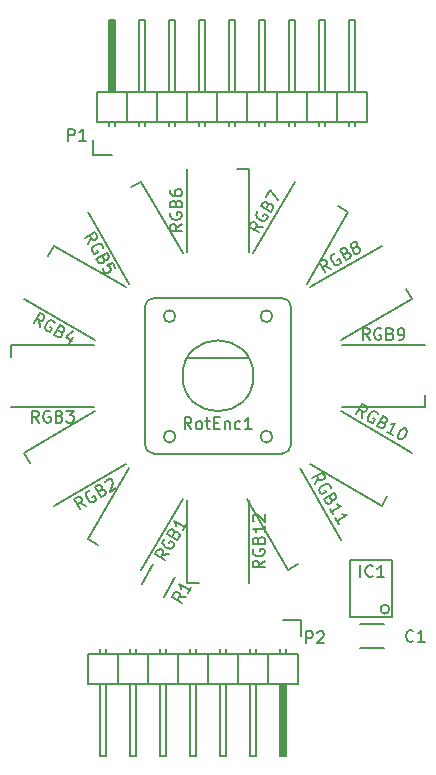
<source format=gto>
G04 #@! TF.FileFunction,Legend,Top*
%FSLAX46Y46*%
G04 Gerber Fmt 4.6, Leading zero omitted, Abs format (unit mm)*
G04 Created by KiCad (PCBNEW 4.0.2-stable) date 01.05.2016 06:04:37*
%MOMM*%
G01*
G04 APERTURE LIST*
%ADD10C,0.100000*%
%ADD11C,0.200000*%
%ADD12C,0.150000*%
G04 APERTURE END LIST*
D10*
D11*
X96400000Y-105150000D02*
G75*
G03X96400000Y-105150000I-500000J0D01*
G01*
X104600000Y-105150000D02*
G75*
G03X104600000Y-105150000I-500000J0D01*
G01*
X104600000Y-94950000D02*
G75*
G03X104600000Y-94950000I-500000J0D01*
G01*
X96400000Y-94950000D02*
G75*
G03X96400000Y-94950000I-500000J0D01*
G01*
X93800000Y-105800000D02*
X93800000Y-94200000D01*
X106200000Y-94200000D02*
X106200000Y-105800000D01*
X94600000Y-93400000D02*
X105400000Y-93400000D01*
X94600000Y-106600000D02*
X105400000Y-106600000D01*
X94600000Y-93400000D02*
G75*
G03X93800000Y-94200000I0J-800000D01*
G01*
X93800000Y-105800000D02*
G75*
G03X94600000Y-106600000I800000J0D01*
G01*
X105400000Y-106600000D02*
G75*
G03X106200000Y-105800000I0J800000D01*
G01*
X106200000Y-94200000D02*
G75*
G03X105400000Y-93400000I-800000J0D01*
G01*
X97400000Y-98500000D02*
X102600000Y-98500000D01*
X103000000Y-100000000D02*
G75*
G03X103000000Y-100000000I-3000000J0D01*
G01*
D12*
X107050000Y-120700000D02*
X105500000Y-120700000D01*
X107050000Y-122000000D02*
X107050000Y-120700000D01*
X105627000Y-126191000D02*
X105627000Y-132033000D01*
X105627000Y-132033000D02*
X105373000Y-132033000D01*
X105373000Y-132033000D02*
X105373000Y-126191000D01*
X105373000Y-126191000D02*
X105500000Y-126191000D01*
X105500000Y-126191000D02*
X105500000Y-132033000D01*
X105754000Y-123524000D02*
X105754000Y-123143000D01*
X105246000Y-123524000D02*
X105246000Y-123143000D01*
X103214000Y-123524000D02*
X103214000Y-123143000D01*
X102706000Y-123524000D02*
X102706000Y-123143000D01*
X100674000Y-123524000D02*
X100674000Y-123143000D01*
X100166000Y-123524000D02*
X100166000Y-123143000D01*
X98134000Y-123524000D02*
X98134000Y-123143000D01*
X97626000Y-123524000D02*
X97626000Y-123143000D01*
X90006000Y-123524000D02*
X90006000Y-123143000D01*
X90514000Y-123524000D02*
X90514000Y-123143000D01*
X92546000Y-123524000D02*
X92546000Y-123143000D01*
X93054000Y-123524000D02*
X93054000Y-123143000D01*
X95086000Y-123524000D02*
X95086000Y-123143000D01*
X95594000Y-123524000D02*
X95594000Y-123143000D01*
X104230000Y-126064000D02*
X106770000Y-126064000D01*
X105246000Y-132160000D02*
X105246000Y-126064000D01*
X105754000Y-132160000D02*
X105246000Y-132160000D01*
X105754000Y-126064000D02*
X105754000Y-132160000D01*
X104230000Y-123524000D02*
X104230000Y-126064000D01*
X106770000Y-123524000D02*
X104230000Y-123524000D01*
X106770000Y-123524000D02*
X106770000Y-126064000D01*
X101690000Y-123524000D02*
X101690000Y-126064000D01*
X101690000Y-123524000D02*
X99150000Y-123524000D01*
X99150000Y-123524000D02*
X99150000Y-126064000D01*
X100674000Y-126064000D02*
X100674000Y-132160000D01*
X100674000Y-132160000D02*
X100166000Y-132160000D01*
X100166000Y-132160000D02*
X100166000Y-126064000D01*
X99150000Y-126064000D02*
X101690000Y-126064000D01*
X101690000Y-126064000D02*
X104230000Y-126064000D01*
X102706000Y-132160000D02*
X102706000Y-126064000D01*
X103214000Y-132160000D02*
X102706000Y-132160000D01*
X103214000Y-126064000D02*
X103214000Y-132160000D01*
X101690000Y-123524000D02*
X101690000Y-126064000D01*
X104230000Y-123524000D02*
X101690000Y-123524000D01*
X104230000Y-123524000D02*
X104230000Y-126064000D01*
X94070000Y-123524000D02*
X94070000Y-126064000D01*
X94070000Y-123524000D02*
X91530000Y-123524000D01*
X91530000Y-123524000D02*
X91530000Y-126064000D01*
X93054000Y-126064000D02*
X93054000Y-132160000D01*
X93054000Y-132160000D02*
X92546000Y-132160000D01*
X92546000Y-132160000D02*
X92546000Y-126064000D01*
X91530000Y-126064000D02*
X94070000Y-126064000D01*
X88990000Y-126064000D02*
X91530000Y-126064000D01*
X90006000Y-132160000D02*
X90006000Y-126064000D01*
X90514000Y-132160000D02*
X90006000Y-132160000D01*
X90514000Y-126064000D02*
X90514000Y-132160000D01*
X88990000Y-123524000D02*
X88990000Y-126064000D01*
X91530000Y-123524000D02*
X88990000Y-123524000D01*
X91530000Y-123524000D02*
X91530000Y-126064000D01*
X96610000Y-123524000D02*
X96610000Y-126064000D01*
X96610000Y-123524000D02*
X94070000Y-123524000D01*
X94070000Y-123524000D02*
X94070000Y-126064000D01*
X95594000Y-126064000D02*
X95594000Y-132160000D01*
X95594000Y-132160000D02*
X95086000Y-132160000D01*
X95086000Y-132160000D02*
X95086000Y-126064000D01*
X94070000Y-126064000D02*
X96610000Y-126064000D01*
X96610000Y-126064000D02*
X99150000Y-126064000D01*
X97626000Y-132160000D02*
X97626000Y-126064000D01*
X98134000Y-132160000D02*
X97626000Y-132160000D01*
X98134000Y-126064000D02*
X98134000Y-132160000D01*
X96610000Y-123524000D02*
X96610000Y-126064000D01*
X99150000Y-123524000D02*
X96610000Y-123524000D01*
X99150000Y-123524000D02*
X99150000Y-126064000D01*
X107788911Y-92498334D02*
X113851089Y-88998334D01*
X110388911Y-97001666D02*
X116451089Y-93501666D01*
X116451089Y-93501666D02*
X115951089Y-92635641D01*
X112017300Y-123044060D02*
X114017300Y-123044060D01*
X114017300Y-120994060D02*
X112017300Y-120994060D01*
X111211360Y-120390920D02*
X111211360Y-115564920D01*
X111211360Y-115564920D02*
X114767360Y-115564920D01*
X114767360Y-115564920D02*
X114767360Y-120390920D01*
X114767360Y-120390920D02*
X111211360Y-120390920D01*
X114513360Y-119755920D02*
G75*
G03X114513360Y-119755920I-381000J0D01*
G01*
X96399037Y-116994075D02*
X95399037Y-118726125D01*
X93537083Y-117651125D02*
X94537083Y-115919075D01*
X110500000Y-97400000D02*
X117500000Y-97400000D01*
X110500000Y-102600000D02*
X117500000Y-102600000D01*
X117500000Y-102600000D02*
X117500000Y-101600000D01*
X110388911Y-102998334D02*
X116451089Y-106498334D01*
X107788911Y-107501666D02*
X113851089Y-111001666D01*
X113851089Y-111001666D02*
X114351089Y-110135641D01*
X106939345Y-107798095D02*
X110439345Y-113860273D01*
X102436013Y-110398095D02*
X105936013Y-116460273D01*
X105936013Y-116460273D02*
X106802038Y-115960273D01*
X102600000Y-110500000D02*
X102600000Y-117500000D01*
X97400000Y-110500000D02*
X97400000Y-117500000D01*
X97400000Y-117500000D02*
X98400000Y-117500000D01*
X97001666Y-110388911D02*
X93501666Y-116451089D01*
X92498334Y-107788911D02*
X88998334Y-113851089D01*
X88998334Y-113851089D02*
X89864359Y-114351089D01*
X92211089Y-107501666D02*
X86148911Y-111001666D01*
X89611089Y-102998334D02*
X83548911Y-106498334D01*
X83548911Y-106498334D02*
X84048911Y-107364359D01*
X89500000Y-102600000D02*
X82500000Y-102600000D01*
X89500000Y-97400000D02*
X82500000Y-97400000D01*
X82500000Y-97400000D02*
X82500000Y-98400000D01*
X89611089Y-97001666D02*
X83548911Y-93501666D01*
X92211089Y-92498334D02*
X86148911Y-88998334D01*
X86148911Y-88998334D02*
X85648911Y-89864359D01*
X92498334Y-92211089D02*
X88998334Y-86148911D01*
X97001666Y-89611089D02*
X93501666Y-83548911D01*
X93501666Y-83548911D02*
X92635641Y-84048911D01*
X97400000Y-89500000D02*
X97400000Y-82500000D01*
X102600000Y-89500000D02*
X102600000Y-82500000D01*
X102600000Y-82500000D02*
X101600000Y-82500000D01*
X102998334Y-89611089D02*
X106498334Y-83548911D01*
X107501666Y-92211089D02*
X111001666Y-86148911D01*
X111001666Y-86148911D02*
X110135641Y-85648911D01*
X89450000Y-81300000D02*
X91000000Y-81300000D01*
X89450000Y-80000000D02*
X89450000Y-81300000D01*
X90873000Y-75809000D02*
X90873000Y-69967000D01*
X90873000Y-69967000D02*
X91127000Y-69967000D01*
X91127000Y-69967000D02*
X91127000Y-75809000D01*
X91127000Y-75809000D02*
X91000000Y-75809000D01*
X91000000Y-75809000D02*
X91000000Y-69967000D01*
X111066000Y-78476000D02*
X111066000Y-78857000D01*
X111574000Y-78476000D02*
X111574000Y-78857000D01*
X90746000Y-78476000D02*
X90746000Y-78857000D01*
X91254000Y-78476000D02*
X91254000Y-78857000D01*
X93286000Y-78476000D02*
X93286000Y-78857000D01*
X93794000Y-78476000D02*
X93794000Y-78857000D01*
X95826000Y-78476000D02*
X95826000Y-78857000D01*
X96334000Y-78476000D02*
X96334000Y-78857000D01*
X98366000Y-78476000D02*
X98366000Y-78857000D01*
X98874000Y-78476000D02*
X98874000Y-78857000D01*
X109034000Y-78476000D02*
X109034000Y-78857000D01*
X108526000Y-78476000D02*
X108526000Y-78857000D01*
X106494000Y-78476000D02*
X106494000Y-78857000D01*
X105986000Y-78476000D02*
X105986000Y-78857000D01*
X103954000Y-78476000D02*
X103954000Y-78857000D01*
X103446000Y-78476000D02*
X103446000Y-78857000D01*
X101414000Y-78476000D02*
X101414000Y-78857000D01*
X100906000Y-78476000D02*
X100906000Y-78857000D01*
X107510000Y-78476000D02*
X107510000Y-75936000D01*
X107510000Y-78476000D02*
X110050000Y-78476000D01*
X110050000Y-78476000D02*
X110050000Y-75936000D01*
X108526000Y-75936000D02*
X108526000Y-69840000D01*
X108526000Y-69840000D02*
X109034000Y-69840000D01*
X109034000Y-69840000D02*
X109034000Y-75936000D01*
X110050000Y-75936000D02*
X107510000Y-75936000D01*
X112590000Y-75936000D02*
X110050000Y-75936000D01*
X111574000Y-69840000D02*
X111574000Y-75936000D01*
X111066000Y-69840000D02*
X111574000Y-69840000D01*
X111066000Y-75936000D02*
X111066000Y-69840000D01*
X110050000Y-78476000D02*
X112590000Y-78476000D01*
X110050000Y-78476000D02*
X110050000Y-75936000D01*
X112590000Y-78476000D02*
X112590000Y-75936000D01*
X92270000Y-75936000D02*
X89730000Y-75936000D01*
X91254000Y-69840000D02*
X91254000Y-75936000D01*
X90746000Y-69840000D02*
X91254000Y-69840000D01*
X90746000Y-75936000D02*
X90746000Y-69840000D01*
X92270000Y-78476000D02*
X92270000Y-75936000D01*
X89730000Y-78476000D02*
X92270000Y-78476000D01*
X89730000Y-78476000D02*
X89730000Y-75936000D01*
X94810000Y-78476000D02*
X94810000Y-75936000D01*
X94810000Y-78476000D02*
X97350000Y-78476000D01*
X97350000Y-78476000D02*
X97350000Y-75936000D01*
X95826000Y-75936000D02*
X95826000Y-69840000D01*
X95826000Y-69840000D02*
X96334000Y-69840000D01*
X96334000Y-69840000D02*
X96334000Y-75936000D01*
X97350000Y-75936000D02*
X94810000Y-75936000D01*
X94810000Y-75936000D02*
X92270000Y-75936000D01*
X93794000Y-69840000D02*
X93794000Y-75936000D01*
X93286000Y-69840000D02*
X93794000Y-69840000D01*
X93286000Y-75936000D02*
X93286000Y-69840000D01*
X94810000Y-78476000D02*
X94810000Y-75936000D01*
X92270000Y-78476000D02*
X94810000Y-78476000D01*
X92270000Y-78476000D02*
X92270000Y-75936000D01*
X102430000Y-78476000D02*
X102430000Y-75936000D01*
X102430000Y-78476000D02*
X104970000Y-78476000D01*
X104970000Y-78476000D02*
X104970000Y-75936000D01*
X103446000Y-75936000D02*
X103446000Y-69840000D01*
X103446000Y-69840000D02*
X103954000Y-69840000D01*
X103954000Y-69840000D02*
X103954000Y-75936000D01*
X104970000Y-75936000D02*
X102430000Y-75936000D01*
X107510000Y-75936000D02*
X104970000Y-75936000D01*
X106494000Y-69840000D02*
X106494000Y-75936000D01*
X105986000Y-69840000D02*
X106494000Y-69840000D01*
X105986000Y-75936000D02*
X105986000Y-69840000D01*
X107510000Y-78476000D02*
X107510000Y-75936000D01*
X104970000Y-78476000D02*
X107510000Y-78476000D01*
X104970000Y-78476000D02*
X104970000Y-75936000D01*
X99890000Y-78476000D02*
X99890000Y-75936000D01*
X99890000Y-78476000D02*
X102430000Y-78476000D01*
X102430000Y-78476000D02*
X102430000Y-75936000D01*
X100906000Y-75936000D02*
X100906000Y-69840000D01*
X100906000Y-69840000D02*
X101414000Y-69840000D01*
X101414000Y-69840000D02*
X101414000Y-75936000D01*
X102430000Y-75936000D02*
X99890000Y-75936000D01*
X99890000Y-75936000D02*
X97350000Y-75936000D01*
X98874000Y-69840000D02*
X98874000Y-75936000D01*
X98366000Y-69840000D02*
X98874000Y-69840000D01*
X98366000Y-75936000D02*
X98366000Y-69840000D01*
X99890000Y-78476000D02*
X99890000Y-75936000D01*
X97350000Y-78476000D02*
X99890000Y-78476000D01*
X97350000Y-78476000D02*
X97350000Y-75936000D01*
D11*
X97749005Y-104511101D02*
X97415671Y-104034910D01*
X97177576Y-104511101D02*
X97177576Y-103511101D01*
X97558529Y-103511101D01*
X97653767Y-103558720D01*
X97701386Y-103606339D01*
X97749005Y-103701577D01*
X97749005Y-103844434D01*
X97701386Y-103939672D01*
X97653767Y-103987291D01*
X97558529Y-104034910D01*
X97177576Y-104034910D01*
X98320433Y-104511101D02*
X98225195Y-104463482D01*
X98177576Y-104415863D01*
X98129957Y-104320625D01*
X98129957Y-104034910D01*
X98177576Y-103939672D01*
X98225195Y-103892053D01*
X98320433Y-103844434D01*
X98463291Y-103844434D01*
X98558529Y-103892053D01*
X98606148Y-103939672D01*
X98653767Y-104034910D01*
X98653767Y-104320625D01*
X98606148Y-104415863D01*
X98558529Y-104463482D01*
X98463291Y-104511101D01*
X98320433Y-104511101D01*
X98939481Y-103844434D02*
X99320433Y-103844434D01*
X99082338Y-103511101D02*
X99082338Y-104368244D01*
X99129957Y-104463482D01*
X99225195Y-104511101D01*
X99320433Y-104511101D01*
X99653767Y-103987291D02*
X99987101Y-103987291D01*
X100129958Y-104511101D02*
X99653767Y-104511101D01*
X99653767Y-103511101D01*
X100129958Y-103511101D01*
X100558529Y-103844434D02*
X100558529Y-104511101D01*
X100558529Y-103939672D02*
X100606148Y-103892053D01*
X100701386Y-103844434D01*
X100844244Y-103844434D01*
X100939482Y-103892053D01*
X100987101Y-103987291D01*
X100987101Y-104511101D01*
X101891863Y-104463482D02*
X101796625Y-104511101D01*
X101606148Y-104511101D01*
X101510910Y-104463482D01*
X101463291Y-104415863D01*
X101415672Y-104320625D01*
X101415672Y-104034910D01*
X101463291Y-103939672D01*
X101510910Y-103892053D01*
X101606148Y-103844434D01*
X101796625Y-103844434D01*
X101891863Y-103892053D01*
X102844244Y-104511101D02*
X102272815Y-104511101D01*
X102558529Y-104511101D02*
X102558529Y-103511101D01*
X102463291Y-103653958D01*
X102368053Y-103749196D01*
X102272815Y-103796815D01*
D12*
X107455745Y-122644161D02*
X107455745Y-121644161D01*
X107836698Y-121644161D01*
X107931936Y-121691780D01*
X107979555Y-121739399D01*
X108027174Y-121834637D01*
X108027174Y-121977494D01*
X107979555Y-122072732D01*
X107931936Y-122120351D01*
X107836698Y-122167970D01*
X107455745Y-122167970D01*
X108408126Y-121739399D02*
X108455745Y-121691780D01*
X108550983Y-121644161D01*
X108789079Y-121644161D01*
X108884317Y-121691780D01*
X108931936Y-121739399D01*
X108979555Y-121834637D01*
X108979555Y-121929875D01*
X108931936Y-122072732D01*
X108360507Y-122644161D01*
X108979555Y-122644161D01*
X109585828Y-90944017D02*
X109059057Y-90698291D01*
X109090956Y-91229732D02*
X108590956Y-90363707D01*
X108920871Y-90173230D01*
X109027159Y-90166850D01*
X109092208Y-90184280D01*
X109181066Y-90242949D01*
X109252495Y-90366667D01*
X109258874Y-90472955D01*
X109241445Y-90538004D01*
X109182776Y-90626862D01*
X108852861Y-90817338D01*
X109934424Y-89643041D02*
X109828136Y-89649421D01*
X109704418Y-89720849D01*
X109604509Y-89833517D01*
X109569649Y-89963615D01*
X109576029Y-90069903D01*
X109630028Y-90258669D01*
X109701457Y-90382388D01*
X109837934Y-90523536D01*
X109926792Y-90582205D01*
X110056890Y-90617064D01*
X110204418Y-90586874D01*
X110286896Y-90539255D01*
X110386805Y-90426588D01*
X110404235Y-90361539D01*
X110237568Y-90072864D01*
X110072611Y-90168102D01*
X110849778Y-89609432D02*
X110997305Y-89579243D01*
X111062354Y-89596674D01*
X111151212Y-89655343D01*
X111222641Y-89779060D01*
X111229021Y-89885348D01*
X111211591Y-89950397D01*
X111152922Y-90039255D01*
X110823007Y-90229732D01*
X110323007Y-89363707D01*
X110611683Y-89197040D01*
X110717971Y-89190660D01*
X110783019Y-89208090D01*
X110871878Y-89266759D01*
X110919497Y-89349237D01*
X110925876Y-89455525D01*
X110908447Y-89520574D01*
X110849778Y-89609432D01*
X110561102Y-89776099D01*
X111527036Y-89163431D02*
X111420748Y-89169811D01*
X111355699Y-89152381D01*
X111266841Y-89093712D01*
X111243031Y-89052473D01*
X111236651Y-88946185D01*
X111254081Y-88881136D01*
X111312750Y-88792278D01*
X111477708Y-88697040D01*
X111583996Y-88690660D01*
X111649045Y-88708090D01*
X111737903Y-88766759D01*
X111761713Y-88807998D01*
X111768092Y-88914286D01*
X111750663Y-88979335D01*
X111691993Y-89068193D01*
X111527036Y-89163431D01*
X111468367Y-89252290D01*
X111450937Y-89317338D01*
X111457317Y-89423627D01*
X111552555Y-89588584D01*
X111641413Y-89647253D01*
X111706462Y-89664683D01*
X111812750Y-89658303D01*
X111977708Y-89563065D01*
X112036377Y-89474207D01*
X112053807Y-89409158D01*
X112047427Y-89302870D01*
X111952189Y-89137913D01*
X111863330Y-89079243D01*
X111798282Y-89061813D01*
X111691993Y-89068193D01*
X116553954Y-122421923D02*
X116506335Y-122469542D01*
X116363478Y-122517161D01*
X116268240Y-122517161D01*
X116125382Y-122469542D01*
X116030144Y-122374304D01*
X115982525Y-122279066D01*
X115934906Y-122088590D01*
X115934906Y-121945732D01*
X115982525Y-121755256D01*
X116030144Y-121660018D01*
X116125382Y-121564780D01*
X116268240Y-121517161D01*
X116363478Y-121517161D01*
X116506335Y-121564780D01*
X116553954Y-121612399D01*
X117506335Y-122517161D02*
X116934906Y-122517161D01*
X117220620Y-122517161D02*
X117220620Y-121517161D01*
X117125382Y-121660018D01*
X117030144Y-121755256D01*
X116934906Y-121802875D01*
X112061430Y-117028221D02*
X112061430Y-116028221D01*
X113109049Y-116932983D02*
X113061430Y-116980602D01*
X112918573Y-117028221D01*
X112823335Y-117028221D01*
X112680477Y-116980602D01*
X112585239Y-116885364D01*
X112537620Y-116790126D01*
X112490001Y-116599650D01*
X112490001Y-116456792D01*
X112537620Y-116266316D01*
X112585239Y-116171078D01*
X112680477Y-116075840D01*
X112823335Y-116028221D01*
X112918573Y-116028221D01*
X113061430Y-116075840D01*
X113109049Y-116123459D01*
X114061430Y-117028221D02*
X113490001Y-117028221D01*
X113775715Y-117028221D02*
X113775715Y-116028221D01*
X113680477Y-116171078D01*
X113585239Y-116266316D01*
X113490001Y-116313935D01*
X97262780Y-118701507D02*
X96683720Y-118752088D01*
X96977066Y-119196380D02*
X96111041Y-118696380D01*
X96301517Y-118366465D01*
X96390375Y-118307796D01*
X96455424Y-118290366D01*
X96561712Y-118296745D01*
X96685430Y-118368174D01*
X96744099Y-118457032D01*
X96761529Y-118522081D01*
X96755149Y-118628369D01*
X96564672Y-118958284D01*
X97738971Y-117876721D02*
X97453256Y-118371593D01*
X97596113Y-118124158D02*
X96730088Y-117624158D01*
X96806187Y-117778065D01*
X96841046Y-117908162D01*
X96834667Y-118014450D01*
X112833334Y-96952381D02*
X112500000Y-96476190D01*
X112261905Y-96952381D02*
X112261905Y-95952381D01*
X112642858Y-95952381D01*
X112738096Y-96000000D01*
X112785715Y-96047619D01*
X112833334Y-96142857D01*
X112833334Y-96285714D01*
X112785715Y-96380952D01*
X112738096Y-96428571D01*
X112642858Y-96476190D01*
X112261905Y-96476190D01*
X113785715Y-96000000D02*
X113690477Y-95952381D01*
X113547620Y-95952381D01*
X113404762Y-96000000D01*
X113309524Y-96095238D01*
X113261905Y-96190476D01*
X113214286Y-96380952D01*
X113214286Y-96523810D01*
X113261905Y-96714286D01*
X113309524Y-96809524D01*
X113404762Y-96904762D01*
X113547620Y-96952381D01*
X113642858Y-96952381D01*
X113785715Y-96904762D01*
X113833334Y-96857143D01*
X113833334Y-96523810D01*
X113642858Y-96523810D01*
X114595239Y-96428571D02*
X114738096Y-96476190D01*
X114785715Y-96523810D01*
X114833334Y-96619048D01*
X114833334Y-96761905D01*
X114785715Y-96857143D01*
X114738096Y-96904762D01*
X114642858Y-96952381D01*
X114261905Y-96952381D01*
X114261905Y-95952381D01*
X114595239Y-95952381D01*
X114690477Y-96000000D01*
X114738096Y-96047619D01*
X114785715Y-96142857D01*
X114785715Y-96238095D01*
X114738096Y-96333333D01*
X114690477Y-96380952D01*
X114595239Y-96428571D01*
X114261905Y-96428571D01*
X115309524Y-96952381D02*
X115500000Y-96952381D01*
X115595239Y-96904762D01*
X115642858Y-96857143D01*
X115738096Y-96714286D01*
X115785715Y-96523810D01*
X115785715Y-96142857D01*
X115738096Y-96047619D01*
X115690477Y-96000000D01*
X115595239Y-95952381D01*
X115404762Y-95952381D01*
X115309524Y-96000000D01*
X115261905Y-96047619D01*
X115214286Y-96142857D01*
X115214286Y-96380952D01*
X115261905Y-96476190D01*
X115309524Y-96523810D01*
X115404762Y-96571429D01*
X115595239Y-96571429D01*
X115690477Y-96523810D01*
X115738096Y-96476190D01*
X115785715Y-96380952D01*
X112221054Y-103539256D02*
X112170473Y-102960195D01*
X111726182Y-103253541D02*
X112226182Y-102387516D01*
X112556097Y-102577993D01*
X112614766Y-102666851D01*
X112632195Y-102731900D01*
X112625816Y-102838188D01*
X112554387Y-102961905D01*
X112465529Y-103020574D01*
X112400480Y-103038004D01*
X112294192Y-103031624D01*
X111964277Y-102841148D01*
X113522030Y-103190660D02*
X113463361Y-103101802D01*
X113339643Y-103030374D01*
X113192115Y-103000184D01*
X113062018Y-103035043D01*
X112973159Y-103093712D01*
X112836682Y-103234860D01*
X112765253Y-103358579D01*
X112711254Y-103547345D01*
X112704875Y-103653633D01*
X112739734Y-103783731D01*
X112839643Y-103896399D01*
X112922122Y-103944018D01*
X113069649Y-103974207D01*
X113134698Y-103956777D01*
X113301365Y-103668103D01*
X113136407Y-103572865D01*
X114008813Y-103966576D02*
X114108721Y-104079243D01*
X114126151Y-104144293D01*
X114119771Y-104250581D01*
X114048342Y-104374299D01*
X113959484Y-104432968D01*
X113894435Y-104450398D01*
X113788147Y-104444018D01*
X113458232Y-104253541D01*
X113958232Y-103387516D01*
X114246908Y-103554183D01*
X114305577Y-103643041D01*
X114323007Y-103708090D01*
X114316627Y-103814378D01*
X114269008Y-103896857D01*
X114180150Y-103955526D01*
X114115101Y-103972955D01*
X114008813Y-103966576D01*
X113720137Y-103799909D01*
X114777891Y-105015446D02*
X114283019Y-104729732D01*
X114530454Y-104872589D02*
X115030454Y-104006564D01*
X114876547Y-104082662D01*
X114746450Y-104117522D01*
X114640162Y-104111142D01*
X115814001Y-104458945D02*
X115896480Y-104506564D01*
X115955149Y-104595422D01*
X115972579Y-104660471D01*
X115966199Y-104766759D01*
X115912201Y-104955526D01*
X115793153Y-105161723D01*
X115656675Y-105302870D01*
X115567817Y-105361539D01*
X115502768Y-105378969D01*
X115396480Y-105372589D01*
X115314001Y-105324970D01*
X115255332Y-105236112D01*
X115237902Y-105171063D01*
X115244282Y-105064775D01*
X115298281Y-104876008D01*
X115417329Y-104669811D01*
X115553806Y-104528664D01*
X115642664Y-104469995D01*
X115707713Y-104452565D01*
X115814001Y-104458945D01*
X108255566Y-109182619D02*
X108501293Y-108655847D01*
X107969852Y-108687747D02*
X108835877Y-108187747D01*
X109026353Y-108517662D01*
X109032733Y-108623950D01*
X109015303Y-108688998D01*
X108956634Y-108777857D01*
X108832917Y-108849285D01*
X108726629Y-108855665D01*
X108661580Y-108838235D01*
X108572722Y-108779566D01*
X108382245Y-108449651D01*
X109556543Y-109531214D02*
X109550163Y-109424926D01*
X109478734Y-109301208D01*
X109366066Y-109201299D01*
X109235969Y-109166440D01*
X109129681Y-109172819D01*
X108940914Y-109226818D01*
X108817195Y-109298247D01*
X108676048Y-109434724D01*
X108617379Y-109523583D01*
X108582519Y-109653680D01*
X108612709Y-109801208D01*
X108660328Y-109883687D01*
X108772996Y-109983595D01*
X108838045Y-110001025D01*
X109126719Y-109834359D01*
X109031481Y-109669401D01*
X109590151Y-110446568D02*
X109620341Y-110594095D01*
X109602910Y-110659145D01*
X109544241Y-110748003D01*
X109420523Y-110819431D01*
X109314235Y-110825811D01*
X109249186Y-110808381D01*
X109160328Y-110749712D01*
X108969852Y-110419797D01*
X109835877Y-109919797D01*
X110002544Y-110208473D01*
X110008924Y-110314761D01*
X109991494Y-110379810D01*
X109932825Y-110468668D01*
X109850346Y-110516287D01*
X109744058Y-110522667D01*
X109679010Y-110505237D01*
X109590151Y-110446568D01*
X109423484Y-110157892D01*
X109731757Y-111739456D02*
X109446042Y-111244584D01*
X109588899Y-111492019D02*
X110454924Y-110992019D01*
X110283588Y-110980969D01*
X110153490Y-110946110D01*
X110064632Y-110887441D01*
X110207947Y-112564242D02*
X109922233Y-112069370D01*
X110065090Y-112316805D02*
X110931115Y-111816805D01*
X110759778Y-111805755D01*
X110629681Y-111770896D01*
X110540822Y-111712227D01*
X103952381Y-115642857D02*
X103476190Y-115976191D01*
X103952381Y-116214286D02*
X102952381Y-116214286D01*
X102952381Y-115833333D01*
X103000000Y-115738095D01*
X103047619Y-115690476D01*
X103142857Y-115642857D01*
X103285714Y-115642857D01*
X103380952Y-115690476D01*
X103428571Y-115738095D01*
X103476190Y-115833333D01*
X103476190Y-116214286D01*
X103000000Y-114690476D02*
X102952381Y-114785714D01*
X102952381Y-114928571D01*
X103000000Y-115071429D01*
X103095238Y-115166667D01*
X103190476Y-115214286D01*
X103380952Y-115261905D01*
X103523810Y-115261905D01*
X103714286Y-115214286D01*
X103809524Y-115166667D01*
X103904762Y-115071429D01*
X103952381Y-114928571D01*
X103952381Y-114833333D01*
X103904762Y-114690476D01*
X103857143Y-114642857D01*
X103523810Y-114642857D01*
X103523810Y-114833333D01*
X103428571Y-113880952D02*
X103476190Y-113738095D01*
X103523810Y-113690476D01*
X103619048Y-113642857D01*
X103761905Y-113642857D01*
X103857143Y-113690476D01*
X103904762Y-113738095D01*
X103952381Y-113833333D01*
X103952381Y-114214286D01*
X102952381Y-114214286D01*
X102952381Y-113880952D01*
X103000000Y-113785714D01*
X103047619Y-113738095D01*
X103142857Y-113690476D01*
X103238095Y-113690476D01*
X103333333Y-113738095D01*
X103380952Y-113785714D01*
X103428571Y-113880952D01*
X103428571Y-114214286D01*
X103952381Y-112690476D02*
X103952381Y-113261905D01*
X103952381Y-112976191D02*
X102952381Y-112976191D01*
X103095238Y-113071429D01*
X103190476Y-113166667D01*
X103238095Y-113261905D01*
X103047619Y-112309524D02*
X103000000Y-112261905D01*
X102952381Y-112166667D01*
X102952381Y-111928571D01*
X103000000Y-111833333D01*
X103047619Y-111785714D01*
X103142857Y-111738095D01*
X103238095Y-111738095D01*
X103380952Y-111785714D01*
X103952381Y-112357143D01*
X103952381Y-111738095D01*
X95839529Y-115106553D02*
X95260469Y-115157133D01*
X95553815Y-115601425D02*
X94687790Y-115101425D01*
X94878266Y-114771510D01*
X94967124Y-114712841D01*
X95032173Y-114695411D01*
X95138461Y-114701791D01*
X95262179Y-114773219D01*
X95320848Y-114862078D01*
X95338278Y-114927126D01*
X95331898Y-115033414D01*
X95141421Y-115363329D01*
X95490934Y-113805576D02*
X95402076Y-113864245D01*
X95330647Y-113987963D01*
X95300457Y-114135491D01*
X95335317Y-114265589D01*
X95393986Y-114354447D01*
X95535133Y-114490924D01*
X95658852Y-114562353D01*
X95847619Y-114616352D01*
X95953907Y-114622732D01*
X96084004Y-114587872D01*
X96196672Y-114487963D01*
X96244291Y-114405485D01*
X96274481Y-114257957D01*
X96257051Y-114192908D01*
X95968376Y-114026242D01*
X95873138Y-114191199D01*
X96266849Y-113318793D02*
X96379517Y-113218885D01*
X96444567Y-113201456D01*
X96550855Y-113207836D01*
X96674572Y-113279264D01*
X96733241Y-113368122D01*
X96750671Y-113433171D01*
X96744291Y-113539459D01*
X96553815Y-113869374D01*
X95687790Y-113369374D01*
X95854457Y-113080698D01*
X95943315Y-113022029D01*
X96008364Y-113004600D01*
X96114652Y-113010979D01*
X96197130Y-113058598D01*
X96255799Y-113147457D01*
X96273229Y-113212505D01*
X96266849Y-113318793D01*
X96100182Y-113607469D01*
X97315720Y-112549716D02*
X97030005Y-113044588D01*
X97172862Y-112797152D02*
X96306837Y-112297152D01*
X96382936Y-112451059D01*
X96417795Y-112581157D01*
X96411416Y-112687445D01*
X88845828Y-111006195D02*
X88319057Y-110760469D01*
X88350956Y-111291910D02*
X87850956Y-110425885D01*
X88180871Y-110235408D01*
X88287159Y-110229028D01*
X88352208Y-110246458D01*
X88441066Y-110305127D01*
X88512495Y-110428845D01*
X88518874Y-110535133D01*
X88501445Y-110600182D01*
X88442776Y-110689040D01*
X88112861Y-110879516D01*
X89194424Y-109705219D02*
X89088136Y-109711599D01*
X88964418Y-109783027D01*
X88864509Y-109895695D01*
X88829649Y-110025793D01*
X88836029Y-110132081D01*
X88890028Y-110320847D01*
X88961457Y-110444566D01*
X89097934Y-110585714D01*
X89186792Y-110644383D01*
X89316890Y-110679242D01*
X89464418Y-110649052D01*
X89546896Y-110601433D01*
X89646805Y-110488766D01*
X89664235Y-110423717D01*
X89497568Y-110135042D01*
X89332611Y-110230280D01*
X90109778Y-109671610D02*
X90257305Y-109641421D01*
X90322354Y-109658852D01*
X90411212Y-109717521D01*
X90482641Y-109841238D01*
X90489021Y-109947526D01*
X90471591Y-110012575D01*
X90412922Y-110101433D01*
X90083007Y-110291910D01*
X89583007Y-109425885D01*
X89871683Y-109259218D01*
X89977971Y-109252838D01*
X90043019Y-109270268D01*
X90131878Y-109328937D01*
X90179497Y-109411415D01*
X90185876Y-109517703D01*
X90168447Y-109582752D01*
X90109778Y-109671610D01*
X89821102Y-109838277D01*
X90455412Y-109032173D02*
X90472842Y-108967124D01*
X90531511Y-108878266D01*
X90737708Y-108759218D01*
X90843996Y-108752838D01*
X90909045Y-108770268D01*
X90997903Y-108828937D01*
X91045522Y-108911415D01*
X91075711Y-109058942D01*
X90866554Y-109839529D01*
X91402665Y-109530005D01*
X84833334Y-103952381D02*
X84500000Y-103476190D01*
X84261905Y-103952381D02*
X84261905Y-102952381D01*
X84642858Y-102952381D01*
X84738096Y-103000000D01*
X84785715Y-103047619D01*
X84833334Y-103142857D01*
X84833334Y-103285714D01*
X84785715Y-103380952D01*
X84738096Y-103428571D01*
X84642858Y-103476190D01*
X84261905Y-103476190D01*
X85785715Y-103000000D02*
X85690477Y-102952381D01*
X85547620Y-102952381D01*
X85404762Y-103000000D01*
X85309524Y-103095238D01*
X85261905Y-103190476D01*
X85214286Y-103380952D01*
X85214286Y-103523810D01*
X85261905Y-103714286D01*
X85309524Y-103809524D01*
X85404762Y-103904762D01*
X85547620Y-103952381D01*
X85642858Y-103952381D01*
X85785715Y-103904762D01*
X85833334Y-103857143D01*
X85833334Y-103523810D01*
X85642858Y-103523810D01*
X86595239Y-103428571D02*
X86738096Y-103476190D01*
X86785715Y-103523810D01*
X86833334Y-103619048D01*
X86833334Y-103761905D01*
X86785715Y-103857143D01*
X86738096Y-103904762D01*
X86642858Y-103952381D01*
X86261905Y-103952381D01*
X86261905Y-102952381D01*
X86595239Y-102952381D01*
X86690477Y-103000000D01*
X86738096Y-103047619D01*
X86785715Y-103142857D01*
X86785715Y-103238095D01*
X86738096Y-103333333D01*
X86690477Y-103380952D01*
X86595239Y-103428571D01*
X86261905Y-103428571D01*
X87166667Y-102952381D02*
X87785715Y-102952381D01*
X87452381Y-103333333D01*
X87595239Y-103333333D01*
X87690477Y-103380952D01*
X87738096Y-103428571D01*
X87785715Y-103523810D01*
X87785715Y-103761905D01*
X87738096Y-103857143D01*
X87690477Y-103904762D01*
X87595239Y-103952381D01*
X87309524Y-103952381D01*
X87214286Y-103904762D01*
X87166667Y-103857143D01*
X84893447Y-95839529D02*
X84842867Y-95260469D01*
X84398575Y-95553815D02*
X84898575Y-94687790D01*
X85228490Y-94878266D01*
X85287159Y-94967124D01*
X85304589Y-95032173D01*
X85298209Y-95138461D01*
X85226781Y-95262179D01*
X85137922Y-95320848D01*
X85072874Y-95338278D01*
X84966586Y-95331898D01*
X84636671Y-95141421D01*
X86194424Y-95490934D02*
X86135755Y-95402076D01*
X86012037Y-95330647D01*
X85864509Y-95300457D01*
X85734411Y-95335317D01*
X85645553Y-95393986D01*
X85509076Y-95535133D01*
X85437647Y-95658852D01*
X85383648Y-95847619D01*
X85377268Y-95953907D01*
X85412128Y-96084004D01*
X85512037Y-96196672D01*
X85594515Y-96244291D01*
X85742043Y-96274481D01*
X85807092Y-96257051D01*
X85973758Y-95968376D01*
X85808801Y-95873138D01*
X86681207Y-96266849D02*
X86781115Y-96379517D01*
X86798544Y-96444567D01*
X86792164Y-96550855D01*
X86720736Y-96674572D01*
X86631878Y-96733241D01*
X86566829Y-96750671D01*
X86460541Y-96744291D01*
X86130626Y-96553815D01*
X86630626Y-95687790D01*
X86919302Y-95854457D01*
X86977971Y-95943315D01*
X86995400Y-96008364D01*
X86989021Y-96114652D01*
X86941402Y-96197130D01*
X86852543Y-96255799D01*
X86787495Y-96273229D01*
X86681207Y-96266849D01*
X86392531Y-96100182D01*
X87701139Y-96690750D02*
X87367806Y-97268101D01*
X87685418Y-96241788D02*
X87122079Y-96741331D01*
X87658190Y-97050855D01*
X88993805Y-88845828D02*
X89239531Y-88319057D01*
X88708090Y-88350956D02*
X89574115Y-87850956D01*
X89764592Y-88180871D01*
X89770972Y-88287159D01*
X89753542Y-88352208D01*
X89694873Y-88441066D01*
X89571155Y-88512495D01*
X89464867Y-88518874D01*
X89399818Y-88501445D01*
X89310960Y-88442776D01*
X89120484Y-88112861D01*
X90294781Y-89194424D02*
X90288401Y-89088136D01*
X90216973Y-88964418D01*
X90104305Y-88864509D01*
X89974207Y-88829649D01*
X89867919Y-88836029D01*
X89679153Y-88890028D01*
X89555434Y-88961457D01*
X89414286Y-89097934D01*
X89355617Y-89186792D01*
X89320758Y-89316890D01*
X89350948Y-89464418D01*
X89398567Y-89546896D01*
X89511234Y-89646805D01*
X89576283Y-89664235D01*
X89864958Y-89497568D01*
X89769720Y-89332611D01*
X90328390Y-90109778D02*
X90358579Y-90257305D01*
X90341148Y-90322354D01*
X90282479Y-90411212D01*
X90158762Y-90482641D01*
X90052474Y-90489021D01*
X89987425Y-90471591D01*
X89898567Y-90412922D01*
X89708090Y-90083007D01*
X90574115Y-89583007D01*
X90740782Y-89871683D01*
X90747162Y-89977971D01*
X90729732Y-90043019D01*
X90671063Y-90131878D01*
X90588585Y-90179497D01*
X90482297Y-90185876D01*
X90417248Y-90168447D01*
X90328390Y-90109778D01*
X90161723Y-89821102D01*
X91312211Y-90861426D02*
X91074115Y-90449032D01*
X90637913Y-90645888D01*
X90702962Y-90663318D01*
X90791820Y-90721987D01*
X90910868Y-90928184D01*
X90917248Y-91034472D01*
X90899818Y-91099521D01*
X90841148Y-91188380D01*
X90634952Y-91307427D01*
X90528664Y-91313807D01*
X90463615Y-91296377D01*
X90374757Y-91237708D01*
X90255709Y-91031511D01*
X90249329Y-90925223D01*
X90266759Y-90860174D01*
X96952381Y-87166666D02*
X96476190Y-87500000D01*
X96952381Y-87738095D02*
X95952381Y-87738095D01*
X95952381Y-87357142D01*
X96000000Y-87261904D01*
X96047619Y-87214285D01*
X96142857Y-87166666D01*
X96285714Y-87166666D01*
X96380952Y-87214285D01*
X96428571Y-87261904D01*
X96476190Y-87357142D01*
X96476190Y-87738095D01*
X96000000Y-86214285D02*
X95952381Y-86309523D01*
X95952381Y-86452380D01*
X96000000Y-86595238D01*
X96095238Y-86690476D01*
X96190476Y-86738095D01*
X96380952Y-86785714D01*
X96523810Y-86785714D01*
X96714286Y-86738095D01*
X96809524Y-86690476D01*
X96904762Y-86595238D01*
X96952381Y-86452380D01*
X96952381Y-86357142D01*
X96904762Y-86214285D01*
X96857143Y-86166666D01*
X96523810Y-86166666D01*
X96523810Y-86357142D01*
X96428571Y-85404761D02*
X96476190Y-85261904D01*
X96523810Y-85214285D01*
X96619048Y-85166666D01*
X96761905Y-85166666D01*
X96857143Y-85214285D01*
X96904762Y-85261904D01*
X96952381Y-85357142D01*
X96952381Y-85738095D01*
X95952381Y-85738095D01*
X95952381Y-85404761D01*
X96000000Y-85309523D01*
X96047619Y-85261904D01*
X96142857Y-85214285D01*
X96238095Y-85214285D01*
X96333333Y-85261904D01*
X96380952Y-85309523D01*
X96428571Y-85404761D01*
X96428571Y-85738095D01*
X95952381Y-84309523D02*
X95952381Y-84500000D01*
X96000000Y-84595238D01*
X96047619Y-84642857D01*
X96190476Y-84738095D01*
X96380952Y-84785714D01*
X96761905Y-84785714D01*
X96857143Y-84738095D01*
X96904762Y-84690476D01*
X96952381Y-84595238D01*
X96952381Y-84404761D01*
X96904762Y-84309523D01*
X96857143Y-84261904D01*
X96761905Y-84214285D01*
X96523810Y-84214285D01*
X96428571Y-84261904D01*
X96380952Y-84309523D01*
X96333333Y-84404761D01*
X96333333Y-84595238D01*
X96380952Y-84690476D01*
X96428571Y-84738095D01*
X96523810Y-84785714D01*
X103777351Y-87366553D02*
X103198291Y-87417133D01*
X103491637Y-87861425D02*
X102625612Y-87361425D01*
X102816088Y-87031510D01*
X102904946Y-86972841D01*
X102969995Y-86955411D01*
X103076283Y-86961791D01*
X103200001Y-87033219D01*
X103258670Y-87122078D01*
X103276100Y-87187126D01*
X103269720Y-87293414D01*
X103079243Y-87623329D01*
X103428756Y-86065576D02*
X103339898Y-86124245D01*
X103268469Y-86247963D01*
X103238279Y-86395491D01*
X103273139Y-86525589D01*
X103331808Y-86614447D01*
X103472955Y-86750924D01*
X103596674Y-86822353D01*
X103785441Y-86876352D01*
X103891729Y-86882732D01*
X104021826Y-86847872D01*
X104134494Y-86747963D01*
X104182113Y-86665485D01*
X104212303Y-86517957D01*
X104194873Y-86452908D01*
X103906198Y-86286242D01*
X103810960Y-86451199D01*
X104204671Y-85578793D02*
X104317339Y-85478885D01*
X104382389Y-85461456D01*
X104488677Y-85467836D01*
X104612394Y-85539264D01*
X104671063Y-85628122D01*
X104688493Y-85693171D01*
X104682113Y-85799459D01*
X104491637Y-86129374D01*
X103625612Y-85629374D01*
X103792279Y-85340698D01*
X103881137Y-85282029D01*
X103946186Y-85264600D01*
X104052474Y-85270979D01*
X104134952Y-85318598D01*
X104193621Y-85407457D01*
X104211051Y-85472505D01*
X104204671Y-85578793D01*
X104038004Y-85867469D01*
X104077993Y-84845827D02*
X104411326Y-84268477D01*
X105063065Y-85139631D01*
X87300845Y-80099161D02*
X87300845Y-79099161D01*
X87681798Y-79099161D01*
X87777036Y-79146780D01*
X87824655Y-79194399D01*
X87872274Y-79289637D01*
X87872274Y-79432494D01*
X87824655Y-79527732D01*
X87777036Y-79575351D01*
X87681798Y-79622970D01*
X87300845Y-79622970D01*
X88824655Y-80099161D02*
X88253226Y-80099161D01*
X88538940Y-80099161D02*
X88538940Y-79099161D01*
X88443702Y-79242018D01*
X88348464Y-79337256D01*
X88253226Y-79384875D01*
M02*

</source>
